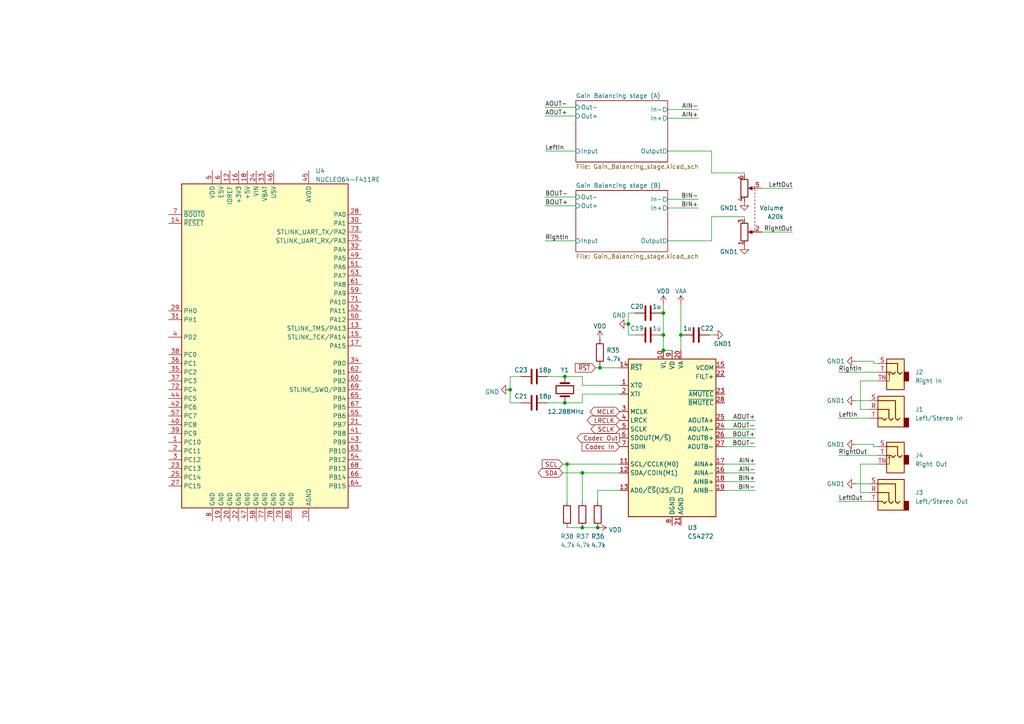
<source format=kicad_sch>
(kicad_sch (version 20230121) (generator eeschema)
  (paper "A4")
  (lib_symbols
    (symbol "Audio:CS4272"
      (property "Reference" "U" (at -12.7 24.13 0))
      (property "Value" "CS4272" (at 5.08 -24.13 0))
      (symbol "CS4272_0_1"
        (rectangle (start -12.7 22.86) (end 12.7 -22.86) (stroke (width 0.254)) (fill (type background)))
      )
      (symbol "CS4272_1_1"
        (pin output line (at -15.24 15.24 0) (length 2.54) (name "XT0") (number "1"))
        (pin power_in line (at -2.54 25.4 270) (length 2.54) (name "VL") (number "10"))
        (pin input line (at -15.24 -7.62 0) (length 2.54) (name "SCL/CCLK(M0)") (number "11"))
        (pin bidirectional line (at -15.24 -10.16 0) (length 2.54) (name "SDA/CDIN(M1)") (number "12"))
        (pin input line (at -15.24 -15.24 0) (length 2.54) (name "AD0/~{CS}(I2S/~{LJ})") (number "13"))
        (pin input line (at -15.24 20.32 0) (length 2.54) (name "~{RST}") (number "14"))
        (pin output line (at 15.24 20.32 180) (length 2.54) (name "VCOM") (number "15"))
        (pin input line (at 15.24 -10.16 180) (length 2.54) (name "AINA-") (number "16"))
        (pin input line (at 15.24 -7.62 180) (length 2.54) (name "AINA+") (number "17"))
        (pin input line (at 15.24 -12.7 180) (length 2.54) (name "AINB+") (number "18"))
        (pin input line (at 15.24 -15.24 180) (length 2.54) (name "AINB-") (number "19"))
        (pin input line (at -15.24 12.7 0) (length 2.54) (name "XTI") (number "2"))
        (pin power_in line (at 2.54 25.4 270) (length 2.54) (name "VA") (number "20"))
        (pin power_in line (at 2.54 -25.4 90) (length 2.54) (name "AGND") (number "21"))
        (pin output line (at 15.24 17.78 180) (length 2.54) (name "FILT+") (number "22"))
        (pin output line (at 15.24 12.7 180) (length 2.54) (name "~{AMUTEC}") (number "23"))
        (pin output line (at 15.24 2.54 180) (length 2.54) (name "AOUTA-") (number "24"))
        (pin output line (at 15.24 5.08 180) (length 2.54) (name "AOUTA+") (number "25"))
        (pin output line (at 15.24 0 180) (length 2.54) (name "AOUTB+") (number "26"))
        (pin output line (at 15.24 -2.54 180) (length 2.54) (name "AOUTB-") (number "27"))
        (pin output line (at 15.24 10.16 180) (length 2.54) (name "~{BMUTEC}") (number "28"))
        (pin bidirectional line (at -15.24 7.62 0) (length 2.54) (name "MCLK") (number "3"))
        (pin bidirectional line (at -15.24 5.08 0) (length 2.54) (name "LRCK") (number "4"))
        (pin bidirectional line (at -15.24 2.54 0) (length 2.54) (name "SCLK") (number "5"))
        (pin output line (at -15.24 0 0) (length 2.54) (name "SDOUT(M/~{S})") (number "6"))
        (pin input line (at -15.24 -2.54 0) (length 2.54) (name "SDIN") (number "7"))
        (pin power_in line (at 0 -25.4 90) (length 2.54) (name "DGND") (number "8"))
        (pin power_in line (at 0 25.4 270) (length 2.54) (name "VD") (number "9"))
      )
    )
    (symbol "Connector_Audio:AudioJack2_SwitchT"
      (property "Reference" "J" (at 0 8.89 0))
      (property "Value" "AudioJack2_SwitchT" (at 0 6.35 0))
      (symbol "AudioJack2_SwitchT_0_1"
        (rectangle (start -2.54 0) (end -3.81 -2.54) (stroke (width 0.254)) (fill (type outline)))
        (polyline (pts (xy 1.778 -0.254) (xy 2.032 -0.762)))
        (polyline (pts (xy 0 0) (xy 0.635 -0.635) (xy 1.27 0) (xy 2.54 0)) (stroke (width 0.254)))
        (polyline (pts (xy 2.54 -2.54) (xy 1.778 -2.54) (xy 1.778 -0.254) (xy 1.524 -0.762)))
        (polyline (pts (xy 2.54 2.54) (xy -0.635 2.54) (xy -0.635 0) (xy -1.27 -0.635) (xy -1.905 0)) (stroke (width 0.254)))
        (rectangle (start 2.54 3.81) (end -2.54 -5.08) (stroke (width 0.254)) (fill (type background)))
      )
      (symbol "AudioJack2_SwitchT_1_1"
        (pin passive line (at 5.08 2.54 180) (length 2.54) (name "~") (number "S"))
        (pin passive line (at 5.08 0 180) (length 2.54) (name "~") (number "T"))
        (pin passive line (at 5.08 -2.54 180) (length 2.54) (name "~") (number "TN"))
      )
    )
    (symbol "Connector_Audio:AudioJack3"
      (property "Reference" "J" (at 0 8.89 0))
      (property "Value" "AudioJack3" (at 0 6.35 0))
      (symbol "AudioJack3_0_1"
        (rectangle (start -5.08 -5.08) (end -6.35 -2.54) (stroke (width 0.254)) (fill (type outline)))
        (polyline (pts (xy 0 -2.54) (xy 0.635 -3.175) (xy 1.27 -2.54) (xy 2.54 -2.54)) (stroke (width 0.254)))
        (polyline (pts (xy -1.905 -2.54) (xy -1.27 -3.175) (xy -0.635 -2.54) (xy -0.635 0) (xy 2.54 0)) (stroke (width 0.254)))
        (polyline (pts (xy 2.54 2.54) (xy -2.54 2.54) (xy -2.54 -2.54) (xy -3.175 -3.175) (xy -3.81 -2.54)) (stroke (width 0.254)))
        (rectangle (start 2.54 3.81) (end -5.08 -5.08) (stroke (width 0.254)) (fill (type background)))
      )
      (symbol "AudioJack3_1_1"
        (pin passive line (at 5.08 0 180) (length 2.54) (name "~") (number "R"))
        (pin passive line (at 5.08 2.54 180) (length 2.54) (name "~") (number "S"))
        (pin passive line (at 5.08 -2.54 180) (length 2.54) (name "~") (number "T"))
      )
    )
    (symbol "Device:C" (pin_numbers hide) (pin_names (offset 0.254))
      (property "Reference" "C" (at 0.635 2.54 0))
      (property "Value" "C" (at 0.635 -2.54 0))
      (symbol "C_0_1"
        (polyline (pts (xy -2.032 -0.762) (xy 2.032 -0.762)) (stroke (width 0.508)))
        (polyline (pts (xy -2.032 0.762) (xy 2.032 0.762)) (stroke (width 0.508)))
      )
      (symbol "C_1_1"
        (pin passive line (at 0 3.81 270) (length 2.794) (name "~") (number "1"))
        (pin passive line (at 0 -3.81 90) (length 2.794) (name "~") (number "2"))
      )
    )
    (symbol "Device:Crystal" (pin_numbers hide) (pin_names (offset 1.016) hide)
      (property "Reference" "Y" (at 0 3.81 0))
      (property "Value" "Crystal" (at 0 -3.81 0))
      (symbol "Crystal_0_1"
        (rectangle (start -1.143 2.54) (end 1.143 -2.54) (stroke (width 0.3048)))
        (polyline (pts (xy -2.54 0) (xy -1.905 0)))
        (polyline (pts (xy -1.905 -1.27) (xy -1.905 1.27)) (stroke (width 0.508)))
        (polyline (pts (xy 1.905 -1.27) (xy 1.905 1.27)) (stroke (width 0.508)))
        (polyline (pts (xy 2.54 0) (xy 1.905 0)))
      )
      (symbol "Crystal_1_1"
        (pin passive line (at -3.81 0 0) (length 1.27) (name "1") (number "1"))
        (pin passive line (at 3.81 0 180) (length 1.27) (name "2") (number "2"))
      )
    )
    (symbol "Device:R" (pin_numbers hide) (pin_names (offset 0))
      (property "Reference" "R" (at 2.032 0 90))
      (property "Value" "R" (at 0 0 90))
      (symbol "R_0_1"
        (rectangle (start -1.016 -2.54) (end 1.016 2.54) (stroke (width 0.254)))
      )
      (symbol "R_1_1"
        (pin passive line (at 0 3.81 270) (length 1.27) (name "~") (number "1"))
        (pin passive line (at 0 -3.81 90) (length 1.27) (name "~") (number "2"))
      )
    )
    (symbol "Device:R_Potentiometer_Dual" (pin_names (offset 1.016) hide)
      (property "Reference" "RV" (at 0 3.81 0))
      (property "Value" "R_Potentiometer_Dual" (at 0 1.905 0))
      (symbol "R_Potentiometer_Dual_0_1"
        (rectangle (start -8.89 -1.524) (end -3.81 -3.556) (stroke (width 0.254)))
        (polyline (pts (xy -6.35 0) (xy -6.35 -1.016)))
        (polyline (pts (xy -6.35 0) (xy -6.35 -1.016)))
        (polyline (pts (xy -6.35 0) (xy -5.842 0.508)))
        (polyline (pts (xy -5.588 0.508) (xy -5.08 0.508)))
        (polyline (pts (xy -4.572 0.508) (xy -4.064 0.508)))
        (polyline (pts (xy -3.556 0.508) (xy -3.048 0.508)))
        (polyline (pts (xy -2.54 0.508) (xy -2.032 0.508)))
        (polyline (pts (xy -1.524 0.508) (xy -1.016 0.508)))
        (polyline (pts (xy -0.508 0.508) (xy 0 0.508)))
        (polyline (pts (xy 0.508 0.508) (xy 1.016 0.508)))
        (polyline (pts (xy 1.524 0.508) (xy 2.032 0.508)))
        (polyline (pts (xy 2.54 0.508) (xy 3.048 0.508)))
        (polyline (pts (xy 3.556 0.508) (xy 4.064 0.508)))
        (polyline (pts (xy 4.572 0.508) (xy 5.08 0.508)))
        (polyline (pts (xy 5.588 0.508) (xy 6.096 0.508)))
        (polyline (pts (xy 6.35 0) (xy 6.35 -1.016)))
        (polyline (pts (xy 6.35 0) (xy 6.35 -1.016)))
        (polyline (pts (xy 6.604 0.508) (xy 6.858 0.508) (xy 6.35 0)))
        (polyline (pts (xy -6.35 -1.397) (xy -6.858 -0.254) (xy -5.842 -0.254) (xy -6.35 -1.397)) (fill (type outline)))
        (polyline (pts (xy 6.35 -1.397) (xy 5.842 -0.254) (xy 6.858 -0.254) (xy 6.35 -1.397)) (fill (type outline)))
        (rectangle (start 3.81 -1.524) (end 8.89 -3.556) (stroke (width 0.254)))
      )
      (symbol "R_Potentiometer_Dual_1_1"
        (pin passive line (at -10.16 -2.54 0) (length 1.27) (name "1") (number "1"))
        (pin passive line (at -6.35 2.54 270) (length 2.54) (name "2") (number "2"))
        (pin passive line (at -2.54 -2.54 180) (length 1.27) (name "3") (number "3"))
        (pin passive line (at 2.54 -2.54 0) (length 1.27) (name "4") (number "4"))
        (pin passive line (at 6.35 2.54 270) (length 2.54) (name "5") (number "5"))
        (pin passive line (at 10.16 -2.54 180) (length 1.27) (name "6") (number "6"))
      )
    )
    (symbol "MCU_Module:NUCLEO64-F411RE"
      (property "Reference" "U" (at -17.78 50.165 0))
      (property "Value" "NUCLEO64-F411RE" (at -17.78 48.26 0))
      (symbol "NUCLEO64-F411RE_0_1"
        (rectangle (start -24.13 -46.99) (end 24.13 46.99) (stroke (width 0.254)) (fill (type background)))
      )
      (symbol "NUCLEO64-F411RE_1_1"
        (pin bidirectional line (at -27.94 -27.94 0) (length 3.81) (name "PC10") (number "1"))
        (pin no_connect line (at -24.13 20.32 0) (length 3.81) hide (name "NC") (number "10"))
        (pin no_connect line (at -24.13 15.24 0) (length 3.81) hide (name "NC") (number "11"))
        (pin power_in line (at -10.16 50.8 270) (length 3.81) (name "IOREF") (number "12"))
        (pin bidirectional line (at 27.94 5.08 180) (length 3.81) (name "STLINK_TMS/PA13") (number "13"))
        (pin input line (at -27.94 35.56 0) (length 3.81) (name "~{RESET}") (number "14"))
        (pin bidirectional line (at 27.94 2.54 180) (length 3.81) (name "STLINK_TCK/PA14") (number "15"))
        (pin power_in line (at -7.62 50.8 270) (length 3.81) (name "+3V3") (number "16"))
        (pin bidirectional line (at 27.94 0 180) (length 3.81) (name "PA15") (number "17"))
        (pin power_in line (at -5.08 50.8 270) (length 3.81) (name "+5V") (number "18"))
        (pin power_in line (at -12.7 -50.8 90) (length 3.81) (name "GND") (number "19"))
        (pin bidirectional line (at -27.94 -30.48 0) (length 3.81) (name "PC11") (number "2"))
        (pin power_in line (at -10.16 -50.8 90) (length 3.81) (name "GND") (number "20"))
        (pin bidirectional line (at 27.94 -22.86 180) (length 3.81) (name "PB7") (number "21"))
        (pin power_in line (at -7.62 -50.8 90) (length 3.81) (name "GND") (number "22"))
        (pin bidirectional line (at -27.94 -35.56 0) (length 3.81) (name "PC13") (number "23"))
        (pin power_in line (at -2.54 50.8 270) (length 3.81) (name "VIN") (number "24"))
        (pin bidirectional line (at -27.94 -38.1 0) (length 3.81) (name "PC14") (number "25"))
        (pin no_connect line (at -24.13 22.86 0) (length 3.81) hide (name "NC") (number "26"))
        (pin bidirectional line (at -27.94 -40.64 0) (length 3.81) (name "PC15") (number "27"))
        (pin bidirectional line (at 27.94 38.1 180) (length 3.81) (name "PA0") (number "28"))
        (pin bidirectional line (at -27.94 10.16 0) (length 3.81) (name "PH0") (number "29"))
        (pin bidirectional line (at -27.94 -33.02 0) (length 3.81) (name "PC12") (number "3"))
        (pin bidirectional line (at 27.94 35.56 180) (length 3.81) (name "PA1") (number "30"))
        (pin bidirectional line (at -27.94 7.62 0) (length 3.81) (name "PH1") (number "31"))
        (pin bidirectional line (at 27.94 27.94 180) (length 3.81) (name "PA4") (number "32"))
        (pin power_in line (at 0 50.8 270) (length 3.81) (name "VBAT") (number "33"))
        (pin bidirectional line (at 27.94 -5.08 180) (length 3.81) (name "PB0") (number "34"))
        (pin bidirectional line (at -27.94 -7.62 0) (length 3.81) (name "PC2") (number "35"))
        (pin bidirectional line (at -27.94 -5.08 0) (length 3.81) (name "PC1") (number "36"))
        (pin bidirectional line (at -27.94 -10.16 0) (length 3.81) (name "PC3") (number "37"))
        (pin bidirectional line (at -27.94 -2.54 0) (length 3.81) (name "PC0") (number "38"))
        (pin bidirectional line (at -27.94 -25.4 0) (length 3.81) (name "PC9") (number "39"))
        (pin bidirectional line (at -27.94 2.54 0) (length 3.81) (name "PD2") (number "4"))
        (pin bidirectional line (at -27.94 -22.86 0) (length 3.81) (name "PC8") (number "40"))
        (pin bidirectional line (at 27.94 -25.4 180) (length 3.81) (name "PB8") (number "41"))
        (pin bidirectional line (at -27.94 -17.78 0) (length 3.81) (name "PC6") (number "42"))
        (pin bidirectional line (at 27.94 -27.94 180) (length 3.81) (name "PB9") (number "43"))
        (pin bidirectional line (at -27.94 -15.24 0) (length 3.81) (name "PC5") (number "44"))
        (pin power_in line (at 12.7 50.8 270) (length 3.81) (name "AVDD") (number "45"))
        (pin power_in line (at 2.54 50.8 270) (length 3.81) (name "U5V") (number "46"))
        (pin power_in line (at -5.08 -50.8 90) (length 3.81) (name "GND") (number "47"))
        (pin no_connect line (at -24.13 25.4 0) (length 3.81) hide (name "NC") (number "48"))
        (pin bidirectional line (at 27.94 25.4 180) (length 3.81) (name "PA5") (number "49"))
        (pin power_in line (at -15.24 50.8 270) (length 3.81) (name "VDD") (number "5"))
        (pin bidirectional line (at 27.94 7.62 180) (length 3.81) (name "PA12") (number "50"))
        (pin bidirectional line (at 27.94 22.86 180) (length 3.81) (name "PA6") (number "51"))
        (pin bidirectional line (at 27.94 10.16 180) (length 3.81) (name "PA11") (number "52"))
        (pin bidirectional line (at 27.94 20.32 180) (length 3.81) (name "PA7") (number "53"))
        (pin bidirectional line (at 27.94 -33.02 180) (length 3.81) (name "PB12") (number "54"))
        (pin bidirectional line (at 27.94 -20.32 180) (length 3.81) (name "PB6") (number "55"))
        (pin no_connect line (at -24.13 33.02 0) (length 3.81) hide (name "NC") (number "56"))
        (pin bidirectional line (at -27.94 -20.32 0) (length 3.81) (name "PC7") (number "57"))
        (pin power_in line (at -2.54 -50.8 90) (length 3.81) (name "GND") (number "58"))
        (pin bidirectional line (at 27.94 15.24 180) (length 3.81) (name "PA9") (number "59"))
        (pin power_in line (at -12.7 50.8 270) (length 3.81) (name "E5V") (number "6"))
        (pin bidirectional line (at 27.94 -10.16 180) (length 3.81) (name "PB2") (number "60"))
        (pin bidirectional line (at 27.94 17.78 180) (length 3.81) (name "PA8") (number "61"))
        (pin bidirectional line (at 27.94 -7.62 180) (length 3.81) (name "PB1") (number "62"))
        (pin bidirectional line (at 27.94 -30.48 180) (length 3.81) (name "PB10") (number "63"))
        (pin bidirectional line (at 27.94 -40.64 180) (length 3.81) (name "PB15") (number "64"))
        (pin bidirectional line (at 27.94 -15.24 180) (length 3.81) (name "PB4") (number "65"))
        (pin bidirectional line (at 27.94 -38.1 180) (length 3.81) (name "PB14") (number "66"))
        (pin bidirectional line (at 27.94 -17.78 180) (length 3.81) (name "PB5") (number "67"))
        (pin bidirectional line (at 27.94 -35.56 180) (length 3.81) (name "PB13") (number "68"))
        (pin bidirectional line (at 27.94 -12.7 180) (length 3.81) (name "STLINK_SWO/PB3") (number "69"))
        (pin input line (at -27.94 38.1 0) (length 3.81) (name "~{BOOT0}") (number "7"))
        (pin power_in line (at 12.7 -50.8 90) (length 3.81) (name "AGND") (number "70"))
        (pin bidirectional line (at 27.94 12.7 180) (length 3.81) (name "PA10") (number "71"))
        (pin bidirectional line (at -27.94 -12.7 0) (length 3.81) (name "PC4") (number "72"))
        (pin bidirectional line (at 27.94 33.02 180) (length 3.81) (name "STLINK_UART_TX/PA2") (number "73"))
        (pin no_connect line (at -24.13 30.48 0) (length 3.81) hide (name "NC") (number "74"))
        (pin bidirectional line (at 27.94 30.48 180) (length 3.81) (name "STLINK_UART_RX/PA3") (number "75"))
        (pin no_connect line (at -24.13 27.94 0) (length 3.81) hide (name "NC") (number "76"))
        (pin power_in line (at 0 -50.8 90) (length 3.81) (name "GND") (number "77"))
        (pin power_in line (at 2.54 -50.8 90) (length 3.81) (name "GND") (number "78"))
        (pin power_in line (at 5.08 -50.8 90) (length 3.81) (name "GND") (number "79"))
        (pin power_in line (at -15.24 -50.8 90) (length 3.81) (name "GND") (number "8"))
        (pin power_in line (at 7.62 -50.8 90) (length 3.81) (name "GND") (number "80"))
        (pin no_connect line (at -24.13 17.78 0) (length 3.81) hide (name "NC") (number "9"))
      )
    )
    (symbol "power:GND" (power) (pin_names (offset 0))
      (property "Value" "GND" (at 0 -3.81 0))
      (symbol "GND_0_1"
        (polyline (pts (xy 0 0) (xy 0 -1.27) (xy 1.27 -1.27) (xy 0 -2.54) (xy -1.27 -1.27) (xy 0 -1.27)))
      )
      (symbol "GND_1_1"
        (pin power_in line (at 0 0 270) (length 0) hide (name "GND") (number "1"))
      )
    )
    (symbol "power:GND1" (power) (pin_names (offset 0))
      (property "Value" "GND1" (at 0 -3.81 0))
      (symbol "GND1_0_1"
        (polyline (pts (xy 0 0) (xy 0 -1.27) (xy 1.27 -1.27) (xy 0 -2.54) (xy -1.27 -1.27) (xy 0 -1.27)))
      )
      (symbol "GND1_1_1"
        (pin power_in line (at 0 0 270) (length 0) hide (name "GND1") (number "1"))
      )
    )
    (symbol "power:VAA" (power) (pin_names (offset 0))
      (property "Value" "VAA" (at 0 3.81 0))
      (symbol "VAA_0_1"
        (polyline (pts (xy -0.762 1.27) (xy 0 2.54)))
        (polyline (pts (xy 0 0) (xy 0 2.54)))
        (polyline (pts (xy 0 2.54) (xy 0.762 1.27)))
      )
      (symbol "VAA_1_1"
        (pin power_in line (at 0 0 90) (length 0) hide (name "VAA") (number "1"))
      )
    )
    (symbol "power:VDD" (power) (pin_names (offset 0))
      (property "Value" "VDD" (at 0 3.81 0))
      (symbol "VDD_0_1"
        (polyline (pts (xy -0.762 1.27) (xy 0 2.54)))
        (polyline (pts (xy 0 0) (xy 0 2.54)))
        (polyline (pts (xy 0 2.54) (xy 0.762 1.27)))
      )
      (symbol "VDD_1_1"
        (pin power_in line (at 0 0 90) (length 0) hide (name "VDD") (number "1"))
      )
    )
  )
  (junction (at 164.465 134.62))
  (junction (at 192.405 101.6))
  (junction (at 168.91 153.035))
  (junction (at 163.83 116.84))
  (junction (at 173.99 106.68))
  (junction (at 192.405 97.155))
  (junction (at 182.245 93.98))
  (junction (at 197.485 97.155))
  (junction (at 192.405 90.805))
  (junction (at 168.91 137.16))
  (junction (at 173.355 153.035))
  (junction (at 163.83 109.22))
  (junction (at 147.955 113.03))
  (wire (pts (xy 210.185 129.54) (xy 219.075 129.54)))
  (wire (pts (xy 210.185 124.46) (xy 219.075 124.46)))
  (wire (pts (xy 207.01 97.155) (xy 205.74 97.155)))
  (wire (pts (xy 179.705 142.24) (xy 173.355 142.24)))
  (wire (pts (xy 249.555 142.875) (xy 252.095 142.875)))
  (wire (pts (xy 163.195 134.62) (xy 164.465 134.62)))
  (wire (pts (xy 182.245 90.805) (xy 182.245 93.98)))
  (wire (pts (xy 158.75 116.84) (xy 163.83 116.84)))
  (wire (pts (xy 158.115 69.85) (xy 167.005 69.85)))
  (wire (pts (xy 164.465 134.62) (xy 164.465 145.415)))
  (wire (pts (xy 179.705 134.62) (xy 164.465 134.62)))
  (wire (pts (xy 248.285 116.205) (xy 252.095 116.205)))
  (wire (pts (xy 173.355 142.24) (xy 173.355 145.415)))
  (wire (pts (xy 168.91 109.22) (xy 168.91 111.76)))
  (wire (pts (xy 184.15 90.805) (xy 182.245 90.805)))
  (wire (pts (xy 243.205 121.285) (xy 252.095 121.285)))
  (wire (pts (xy 151.13 109.22) (xy 147.955 109.22)))
  (wire (pts (xy 252.095 145.415) (xy 243.205 145.415)))
  (wire (pts (xy 192.405 90.805) (xy 192.405 97.155)))
  (wire (pts (xy 163.195 137.16) (xy 168.91 137.16)))
  (wire (pts (xy 167.005 31.115) (xy 158.115 31.115)))
  (wire (pts (xy 253.365 105.41) (xy 254.635 105.41)))
  (wire (pts (xy 210.185 137.16) (xy 219.075 137.16)))
  (wire (pts (xy 197.485 97.155) (xy 197.485 101.6)))
  (wire (pts (xy 253.365 129.54) (xy 254.635 129.54)))
  (wire (pts (xy 163.83 109.22) (xy 168.91 109.22)))
  (wire (pts (xy 168.91 111.76) (xy 179.705 111.76)))
  (wire (pts (xy 206.375 43.815) (xy 206.375 50.165)))
  (wire (pts (xy 210.185 134.62) (xy 219.075 134.62)))
  (wire (pts (xy 254.635 110.49) (xy 249.555 110.49)))
  (wire (pts (xy 168.91 116.84) (xy 163.83 116.84)))
  (wire (pts (xy 254.635 134.62) (xy 249.555 134.62)))
  (wire (pts (xy 168.91 114.3) (xy 168.91 116.84)))
  (wire (pts (xy 210.185 121.92) (xy 219.075 121.92)))
  (wire (pts (xy 167.005 57.15) (xy 158.115 57.15)))
  (wire (pts (xy 206.375 50.165) (xy 215.9 50.165)))
  (wire (pts (xy 158.115 43.815) (xy 167.005 43.815)))
  (wire (pts (xy 147.955 116.84) (xy 151.13 116.84)))
  (wire (pts (xy 179.705 137.16) (xy 168.91 137.16)))
  (wire (pts (xy 253.365 104.775) (xy 253.365 105.41)))
  (wire (pts (xy 220.98 54.61) (xy 229.87 54.61)))
  (wire (pts (xy 215.9 50.165) (xy 215.9 50.8)))
  (wire (pts (xy 198.12 97.155) (xy 197.485 97.155)))
  (wire (pts (xy 191.77 90.805) (xy 192.405 90.805)))
  (wire (pts (xy 191.77 97.155) (xy 192.405 97.155)))
  (wire (pts (xy 173.99 106.045) (xy 173.99 106.68)))
  (wire (pts (xy 249.555 110.49) (xy 249.555 118.745)))
  (wire (pts (xy 179.705 114.3) (xy 168.91 114.3)))
  (wire (pts (xy 182.245 93.98) (xy 182.245 97.155)))
  (wire (pts (xy 192.405 88.265) (xy 192.405 90.805)))
  (wire (pts (xy 210.185 127) (xy 219.075 127)))
  (wire (pts (xy 192.405 97.155) (xy 192.405 101.6)))
  (wire (pts (xy 193.675 31.75) (xy 202.565 31.75)))
  (wire (pts (xy 206.375 62.865) (xy 215.9 62.865)))
  (wire (pts (xy 164.465 153.035) (xy 168.91 153.035)))
  (wire (pts (xy 158.75 109.22) (xy 163.83 109.22)))
  (wire (pts (xy 173.99 106.68) (xy 179.705 106.68)))
  (wire (pts (xy 210.185 139.7) (xy 219.075 139.7)))
  (wire (pts (xy 167.005 59.69) (xy 158.115 59.69)))
  (wire (pts (xy 248.285 128.905) (xy 253.365 128.905)))
  (wire (pts (xy 193.675 60.325) (xy 202.565 60.325)))
  (wire (pts (xy 197.485 88.265) (xy 197.485 97.155)))
  (wire (pts (xy 167.005 33.655) (xy 158.115 33.655)))
  (wire (pts (xy 193.675 43.815) (xy 206.375 43.815)))
  (wire (pts (xy 253.365 128.905) (xy 253.365 129.54)))
  (wire (pts (xy 193.675 69.85) (xy 206.375 69.85)))
  (wire (pts (xy 248.285 104.775) (xy 253.365 104.775)))
  (wire (pts (xy 215.9 62.865) (xy 215.9 63.5)))
  (wire (pts (xy 147.955 109.22) (xy 147.955 113.03)))
  (wire (pts (xy 172.72 106.68) (xy 173.99 106.68)))
  (wire (pts (xy 220.98 67.31) (xy 229.87 67.31)))
  (wire (pts (xy 182.245 97.155) (xy 184.15 97.155)))
  (wire (pts (xy 243.205 107.95) (xy 254.635 107.95)))
  (wire (pts (xy 249.555 118.745) (xy 252.095 118.745)))
  (wire (pts (xy 193.675 57.785) (xy 202.565 57.785)))
  (wire (pts (xy 193.675 34.29) (xy 202.565 34.29)))
  (wire (pts (xy 168.91 153.035) (xy 173.355 153.035)))
  (wire (pts (xy 192.405 101.6) (xy 194.945 101.6)))
  (wire (pts (xy 147.955 113.03) (xy 147.955 116.84)))
  (wire (pts (xy 243.205 132.08) (xy 254.635 132.08)))
  (wire (pts (xy 249.555 134.62) (xy 249.555 142.875)))
  (wire (pts (xy 248.285 140.335) (xy 252.095 140.335)))
  (wire (pts (xy 210.185 142.24) (xy 219.075 142.24)))
  (wire (pts (xy 168.91 137.16) (xy 168.91 145.415)))
  (wire (pts (xy 206.375 69.85) (xy 206.375 62.865)))
  (label "BIN-" (at 219.075 142.24 180))
  (label "AOUT-" (at 158.115 31.115 0))
  (label "RightOut" (at 229.87 67.31 180))
  (label "BIN+" (at 202.565 60.325 180))
  (label "LeftOut" (at 243.205 145.415 0))
  (label "BIN-" (at 202.565 57.785 180))
  (label "AOUT+" (at 219.075 121.92 180))
  (label "AOUT+" (at 158.115 33.655 0))
  (label "RightIn" (at 158.115 69.85 0))
  (label "BOUT-" (at 219.075 129.54 180))
  (label "AIN-" (at 219.075 137.16 180))
  (label "LeftOut" (at 229.87 54.61 180))
  (label "AIN+" (at 202.565 34.29 180))
  (label "BOUT+" (at 158.115 59.69 0))
  (label "LeftIn" (at 243.205 121.285 0))
  (label "RightOut" (at 243.205 132.08 0))
  (label "LeftIn" (at 158.115 43.815 0))
  (label "BIN+" (at 219.075 139.7 180))
  (label "AIN+" (at 219.075 134.62 180))
  (label "AIN-" (at 202.565 31.75 180))
  (label "BOUT-" (at 158.115 57.15 0))
  (label "RightIn" (at 243.205 107.95 0))
  (label "BOUT+" (at 219.075 127 180))
  (label "AOUT-" (at 219.075 124.46 180))
  (global_label "SCLK" (shape bidirectional) (at 179.705 124.46 180) (property "Intersheetrefs" "${INTERSHEET_REFS}" (effects hide)))
  (global_label "~{RST}" (shape input) (at 172.72 106.68 180) (property "Intersheetrefs" "${INTERSHEET_REFS}" (effects hide)))
  (global_label "MCLK" (shape bidirectional) (at 179.705 119.38 180) (property "Intersheetrefs" "${INTERSHEET_REFS}" (effects hide)))
  (global_label "LRCLK" (shape bidirectional) (at 179.705 121.92 180) (property "Intersheetrefs" "${INTERSHEET_REFS}" (effects hide)))
  (global_label "Codec In" (shape input) (at 179.705 129.54 180) (property "Intersheetrefs" "${INTERSHEET_REFS}" (effects hide)))
  (global_label "SCL" (shape input) (at 163.195 134.62 180) (property "Intersheetrefs" "${INTERSHEET_REFS}" (effects hide)))
  (global_label "Codec Out" (shape output) (at 179.705 127 180) (property "Intersheetrefs" "${INTERSHEET_REFS}" (effects hide)))
  (global_label "SDA" (shape bidirectional) (at 163.195 137.16 180) (property "Intersheetrefs" "${INTERSHEET_REFS}" (effects hide)))
  (symbol (lib_id "power:GND1") (at 248.285 116.205 270) (mirror x) (unit 1)
    (property "Reference" "#PWR032" (effects hide))
    (property "Value" "GND1" (at 245.11 116.205 90) (effects (justify right)))
  )
  (symbol (lib_id "power:GND1") (at 207.01 97.155 90) (mirror x) (unit 1)
    (property "Reference" "#PWR028" (effects hide))
    (property "Value" "GND1" (at 207.01 99.695 90) (effects (justify right)))
  )
  (symbol (lib_id "power:VDD") (at 192.405 88.265 0) (unit 1)
    (property "Reference" "#PWR025" (effects hide))
    (property "Value" "VDD" (at 192.405 84.455 0))
  )
  (symbol (lib_id "Device:R") (at 173.99 102.235 0) (unit 1)
    (property "Reference" "R35" (at 175.895 101.6 0) (effects (justify left)))
    (property "Value" "4.7k" (at 175.895 104.14 0) (effects (justify left)))
  )
  (symbol (lib_id "power:GND1") (at 248.285 104.775 270) (mirror x) (unit 1)
    (property "Reference" "#PWR033" (effects hide))
    (property "Value" "GND1" (at 245.11 104.775 90) (effects (justify right)))
  )
  (symbol (lib_id "Device:R") (at 164.465 149.225 0) (unit 1)
    (property "Reference" "R38" (at 162.56 155.575 0) (effects (justify left)))
    (property "Value" "4.7k" (at 162.56 158.115 0) (effects (justify left)))
  )
  (symbol (lib_id "power:GND1") (at 215.9 71.12 0) (unit 1)
    (property "Reference" "#PWR037" (effects hide))
    (property "Value" "GND1" (at 211.455 73.025 0))
  )
  (symbol (lib_id "Device:C") (at 187.96 97.155 90) (unit 1)
    (property "Reference" "C19" (at 184.785 95.25 90))
    (property "Value" "1u" (at 190.5 95.25 90))
  )
  (symbol (lib_id "Connector_Audio:AudioJack2_SwitchT") (at 259.715 132.08 0) (mirror y) (unit 1)
    (property "Reference" "J4" (at 265.43 132.08 0) (effects (justify right)))
    (property "Value" "Right Out" (at 265.43 134.62 0) (effects (justify right)))
  )
  (symbol (lib_id "Device:R_Potentiometer_Dual") (at 218.44 60.96 270) (mirror x) (unit 1)
    (property "Reference" "Volume" (at 227.33 60.325 90) (effects (justify right)))
    (property "Value" "A20k" (at 227.33 62.865 90) (effects (justify right)))
  )
  (symbol (lib_id "Device:C") (at 154.94 116.84 90) (unit 1)
    (property "Reference" "C21" (at 151.13 114.935 90))
    (property "Value" "18p" (at 158.115 114.935 90))
  )
  (symbol (lib_id "MCU_Module:NUCLEO64-F411RE") (at 76.835 100.33 0) (unit 1)
    (property "Reference" "U4" (at 91.4909 49.53 0) (effects (justify left)))
    (property "Value" "NUCLEO64-F411RE" (at 91.4909 52.07 0) (effects (justify left)))
    (property "Footprint" "Module:ST_Morpho_Connector_144_STLink" (effects hide))
    (property "Datasheet" "http://www.st.com/st-web-ui/static/active/en/resource/technical/document/data_brief/DM00105918.pdf" (effects hide))
  )
  (symbol (lib_id "power:GND1") (at 248.285 140.335 270) (mirror x) (unit 1)
    (property "Reference" "#PWR035" (effects hide))
    (property "Value" "GND1" (at 245.11 140.335 90) (effects (justify right)))
  )
  (symbol (lib_id "Connector_Audio:AudioJack2_SwitchT") (at 259.715 107.95 0) (mirror y) (unit 1)
    (property "Reference" "J2" (at 265.43 107.95 0) (effects (justify right)))
    (property "Value" "Right In" (at 265.43 110.49 0) (effects (justify right)))
  )
  (symbol (lib_id "Device:C") (at 154.94 109.22 90) (unit 1)
    (property "Reference" "C23" (at 151.13 107.315 90))
    (property "Value" "18p" (at 158.115 107.315 90))
  )
  (symbol (lib_id "Device:R") (at 173.355 149.225 0) (unit 1)
    (property "Reference" "R36" (at 171.45 155.575 0) (effects (justify left)))
    (property "Value" "4.7k" (at 171.45 158.115 0) (effects (justify left)))
  )
  (symbol (lib_id "Device:C") (at 187.96 90.805 90) (unit 1)
    (property "Reference" "C20" (at 184.785 88.9 90))
    (property "Value" "1u" (at 190.5 88.9 90))
  )
  (symbol (lib_id "power:VDD") (at 173.355 153.035 270) (unit 1)
    (property "Reference" "#PWR031" (effects hide))
    (property "Value" "VDD" (at 176.53 153.67 90) (effects (justify left)))
  )
  (symbol (lib_id "power:GND1") (at 248.285 128.905 270) (mirror x) (unit 1)
    (property "Reference" "#PWR034" (effects hide))
    (property "Value" "GND1" (at 245.11 128.905 90) (effects (justify right)))
  )
  (symbol (lib_id "power:GND") (at 182.245 93.98 270) (unit 1)
    (property "Reference" "#PWR026" (effects hide))
    (property "Value" "GND" (at 181.61 91.44 90) (effects (justify right)))
  )
  (symbol (lib_id "Connector_Audio:AudioJack3") (at 257.175 142.875 0) (mirror y) (unit 1)
    (property "Reference" "J3" (at 265.43 142.875 0) (effects (justify right)))
    (property "Value" "Left/Stereo Out" (at 265.43 145.415 0) (effects (justify right)))
  )
  (symbol (lib_id "power:VAA") (at 197.485 88.265 0) (unit 1)
    (property "Reference" "#PWR027" (effects hide))
    (property "Value" "VAA" (at 197.485 84.455 0))
  )
  (symbol (lib_id "power:GND") (at 147.955 113.03 270) (unit 1)
    (property "Reference" "#PWR030" (effects hide))
    (property "Value" "GND" (at 144.78 113.665 90) (effects (justify right)))
  )
  (symbol (lib_id "Audio:CS4272") (at 194.945 127 0) (unit 1)
    (property "Reference" "U3" (at 199.4409 153.035 0) (effects (justify left)))
    (property "Value" "CS4272" (at 199.4409 155.575 0) (effects (justify left)))
    (property "Footprint" "Package_SO:TSSOP-28_4.4x9.7mm_P0.65mm" (effects hide))
    (property "Datasheet" "https://statics.cirrus.com/pubs/proDatasheet/CS4272_F1.pdf" (effects hide))
  )
  (symbol (lib_id "Device:R") (at 168.91 149.225 0) (unit 1)
    (property "Reference" "R37" (at 167.005 155.575 0) (effects (justify left)))
    (property "Value" "4.7k" (at 167.005 158.115 0) (effects (justify left)))
  )
  (symbol (lib_id "Connector_Audio:AudioJack3") (at 257.175 118.745 0) (mirror y) (unit 1)
    (property "Reference" "J1" (at 265.43 118.745 0) (effects (justify right)))
    (property "Value" "Left/Stereo In" (at 265.43 121.285 0) (effects (justify right)))
  )
  (symbol (lib_id "power:GND1") (at 215.9 58.42 0) (unit 1)
    (property "Reference" "#PWR036" (effects hide))
    (property "Value" "GND1" (at 211.455 60.325 0))
  )
  (symbol (lib_id "Device:Crystal") (at 163.83 113.03 90) (unit 1)
    (property "Reference" "Y1" (at 162.56 107.315 90) (effects (justify right)))
    (property "Value" "12.288MHz" (at 158.75 119.38 90) (effects (justify right)))
  )
  (symbol (lib_id "Device:C") (at 201.93 97.155 270) (mirror x) (unit 1)
    (property "Reference" "C22" (at 205.105 95.25 90))
    (property "Value" "1u" (at 199.39 95.25 90))
  )
  (symbol (lib_id "power:VDD") (at 173.99 98.425 0) (unit 1)
    (property "Reference" "#PWR029" (effects hide))
    (property "Value" "VDD" (at 173.99 94.615 0))
  )
  (sheet (at 167.005 29.21) (size 26.67 17.78) (stroke (width 0.1524))
    (property "Sheetname" "Gain Balancing stage (A)" (at 167.005 28.4984 0) (effects (justify left bottom)))
    (property "Sheetfile" "Gain_Balancing_stage.kicad_sch" (at 167.005 47.5746 0) (effects (justify left top)))
    (pin "In-" output (at 193.675 31.75 0))
    (pin "In+" output (at 193.675 34.29 0))
    (pin "Out-" input (at 167.005 31.115 180))
    (pin "Out+" input (at 167.005 33.655 180))
    (pin "Input" input (at 167.005 43.815 180))
    (pin "Output" output (at 193.675 43.815 0))
  )
  (sheet (at 167.005 55.245) (size 26.67 17.78) (stroke (width 0.1524))
    (property "Sheetname" "Gain Balancing stage (B)" (at 167.005 54.5334 0) (effects (justify left bottom)))
    (property "Sheetfile" "Gain_Balancing_stage.kicad_sch" (at 167.005 73.6096 0) (effects (justify left top)))
    (pin "In-" output (at 193.675 57.785 0))
    (pin "In+" output (at 193.675 60.325 0))
    (pin "Out-" input (at 167.005 57.15 180))
    (pin "Out+" input (at 167.005 59.69 180))
    (pin "Input" input (at 167.005 69.85 180))
    (pin "Output" output (at 193.675 69.85 0))
  )
)
</source>
